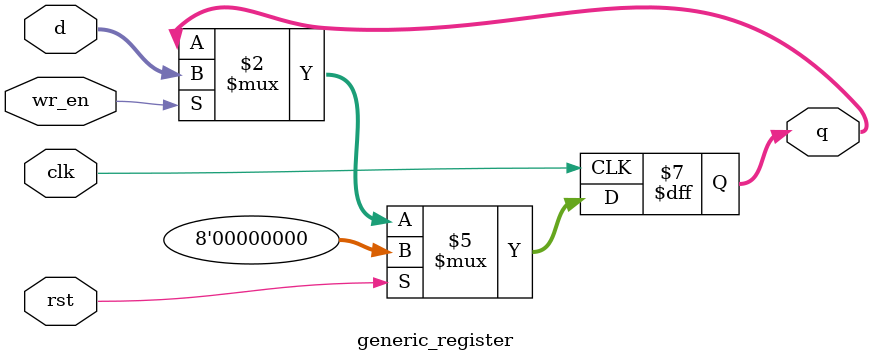
<source format=v>
module generic_register #(
	parameter WIDTH = 8,
	parameter RESET_VALUE = 8'd0
) (
	input wire clk,
	input wire wr_en,
	input wire rst,
	input wire [WIDTH - 1:0] d,
	output reg [WIDTH - 1:0] q
);

always @(posedge clk) begin
	if(rst) begin
		q <= RESET_VALUE;
	end else if(wr_en) begin
		q <= d;
	end
end

endmodule

</source>
